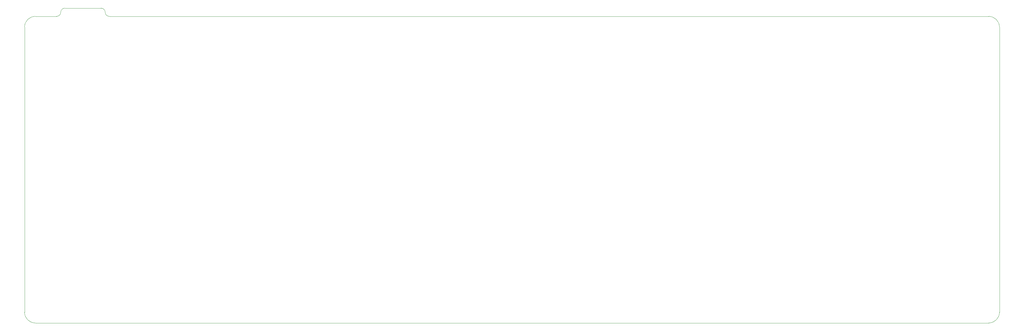
<source format=gbr>
%TF.GenerationSoftware,KiCad,Pcbnew,(6.0.2)*%
%TF.CreationDate,2022-06-02T21:34:10-05:00*%
%TF.ProjectId,65Percent,36355065-7263-4656-9e74-2e6b69636164,rev?*%
%TF.SameCoordinates,Original*%
%TF.FileFunction,Profile,NP*%
%FSLAX46Y46*%
G04 Gerber Fmt 4.6, Leading zero omitted, Abs format (unit mm)*
G04 Created by KiCad (PCBNEW (6.0.2)) date 2022-06-02 21:34:10*
%MOMM*%
%LPD*%
G01*
G04 APERTURE LIST*
%TA.AperFunction,Profile*%
%ADD10C,0.100000*%
%TD*%
G04 APERTURE END LIST*
D10*
X81788000Y-105156000D02*
X88392000Y-105156000D01*
X88392000Y-105156000D02*
G75*
G03*
X89662000Y-103886000I1J1269999D01*
G01*
X103378000Y-103886000D02*
G75*
G03*
X102108000Y-102616000I-1269999J1D01*
G01*
X78486000Y-196596000D02*
G75*
G03*
X81788000Y-199898000I3301999J-1D01*
G01*
X379476000Y-108458000D02*
G75*
G03*
X376174000Y-105156000I-3301999J1D01*
G01*
X81788000Y-105156000D02*
G75*
G03*
X78486000Y-108458000I-1J-3301999D01*
G01*
X102108000Y-102616000D02*
X90932000Y-102616000D01*
X103378000Y-103886000D02*
G75*
G03*
X104648000Y-105156000I1269999J-1D01*
G01*
X376174000Y-199898000D02*
G75*
G03*
X379476000Y-196596000I1J3301999D01*
G01*
X78486000Y-196596000D02*
X78486000Y-108458000D01*
X104648000Y-105156000D02*
X376174000Y-105156000D01*
X90932000Y-102616000D02*
G75*
G03*
X89662000Y-103886000I-1J-1269999D01*
G01*
X379476000Y-108458000D02*
X379476000Y-196596000D01*
X376174000Y-199898000D02*
X81788000Y-199898000D01*
M02*

</source>
